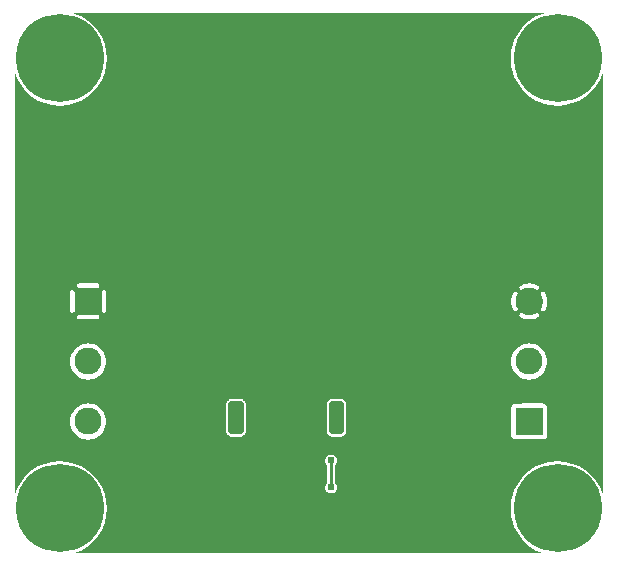
<source format=gbr>
G04 start of page 3 for group 1 idx 1 *
G04 Title: (unknown), bottom *
G04 Creator: pcb 20140316 *
G04 CreationDate: Thu 02 Jul 2020 08:37:42 PM GMT UTC *
G04 For: railfan *
G04 Format: Gerber/RS-274X *
G04 PCB-Dimensions (mil): 2000.00 1840.00 *
G04 PCB-Coordinate-Origin: lower left *
%MOIN*%
%FSLAX25Y25*%
%LNBOTTOM*%
%ADD40C,0.1285*%
%ADD39C,0.0550*%
%ADD38C,0.0120*%
%ADD37C,0.0240*%
%ADD36C,0.0900*%
%ADD35C,0.2937*%
%ADD34C,0.0100*%
%ADD33C,0.0250*%
%ADD32C,0.0001*%
G54D32*G36*
X173500Y4488D02*X173753Y4272D01*
X175858Y2982D01*
X178138Y2038D01*
X178295Y2000D01*
X173500D01*
Y4488D01*
G37*
G36*
X178426Y151969D02*X180539Y151461D01*
X183000Y151268D01*
X185461Y151461D01*
X187862Y152038D01*
X190142Y152982D01*
X192247Y154272D01*
X194124Y155876D01*
X195728Y157753D01*
X197018Y159858D01*
X197962Y162138D01*
X198000Y162295D01*
Y21705D01*
X197962Y21862D01*
X197018Y24142D01*
X195728Y26247D01*
X194124Y28124D01*
X192247Y29728D01*
X190142Y31018D01*
X187862Y31962D01*
X185461Y32539D01*
X183000Y32732D01*
X180539Y32539D01*
X178426Y32031D01*
Y40060D01*
X178465Y40069D01*
X178683Y40159D01*
X178884Y40283D01*
X179064Y40436D01*
X179217Y40616D01*
X179341Y40817D01*
X179431Y41035D01*
X179486Y41265D01*
X179500Y41500D01*
X179486Y50735D01*
X179431Y50965D01*
X179341Y51183D01*
X179217Y51384D01*
X179064Y51564D01*
X178884Y51717D01*
X178683Y51841D01*
X178465Y51931D01*
X178426Y51940D01*
Y62555D01*
X178863Y63268D01*
X179224Y64140D01*
X179444Y65058D01*
X179500Y66000D01*
X179444Y66942D01*
X179224Y67860D01*
X178863Y68732D01*
X178426Y69445D01*
Y82803D01*
X178430Y82805D01*
X178533Y82864D01*
X178625Y82938D01*
X178704Y83025D01*
X178766Y83125D01*
X179011Y83612D01*
X179205Y84122D01*
X179352Y84648D01*
X179451Y85184D01*
X179500Y85727D01*
Y86273D01*
X179451Y86816D01*
X179352Y87352D01*
X179205Y87878D01*
X179011Y88388D01*
X178772Y88878D01*
X178708Y88978D01*
X178628Y89066D01*
X178535Y89140D01*
X178432Y89199D01*
X178426Y89202D01*
Y151969D01*
G37*
G36*
Y51940D02*X178235Y51986D01*
X178000Y52000D01*
X173500Y51993D01*
Y59981D01*
X174442Y60056D01*
X175360Y60276D01*
X176232Y60637D01*
X177038Y61131D01*
X177756Y61744D01*
X178369Y62462D01*
X178426Y62555D01*
Y51940D01*
G37*
G36*
Y32031D02*X178138Y31962D01*
X175858Y31018D01*
X173753Y29728D01*
X173500Y29512D01*
Y40007D01*
X178235Y40014D01*
X178426Y40060D01*
Y32031D01*
G37*
G36*
X173500Y154488D02*X173753Y154272D01*
X175858Y152982D01*
X178138Y152038D01*
X178426Y151969D01*
Y89202D01*
X178321Y89242D01*
X178205Y89266D01*
X178087Y89272D01*
X177968Y89260D01*
X177854Y89229D01*
X177745Y89180D01*
X177646Y89115D01*
X177558Y89035D01*
X177483Y88943D01*
X177424Y88840D01*
X177382Y88729D01*
X177357Y88613D01*
X177351Y88494D01*
X177364Y88376D01*
X177395Y88261D01*
X177446Y88154D01*
X177629Y87789D01*
X177774Y87407D01*
X177884Y87013D01*
X177958Y86611D01*
X177995Y86204D01*
Y85796D01*
X177958Y85389D01*
X177884Y84987D01*
X177774Y84593D01*
X177629Y84211D01*
X177450Y83844D01*
X177400Y83737D01*
X177369Y83623D01*
X177356Y83506D01*
X177362Y83388D01*
X177386Y83272D01*
X177428Y83162D01*
X177487Y83060D01*
X177561Y82968D01*
X177649Y82889D01*
X177748Y82824D01*
X177855Y82776D01*
X177969Y82745D01*
X178087Y82732D01*
X178205Y82738D01*
X178320Y82763D01*
X178426Y82803D01*
Y69445D01*
X178369Y69538D01*
X177756Y70256D01*
X177038Y70869D01*
X176232Y71363D01*
X175360Y71724D01*
X174442Y71944D01*
X173500Y72019D01*
Y80000D01*
X173773D01*
X174316Y80049D01*
X174852Y80148D01*
X175378Y80295D01*
X175888Y80489D01*
X176378Y80728D01*
X176478Y80792D01*
X176566Y80872D01*
X176640Y80965D01*
X176699Y81068D01*
X176742Y81179D01*
X176766Y81295D01*
X176772Y81413D01*
X176760Y81532D01*
X176729Y81646D01*
X176680Y81755D01*
X176615Y81854D01*
X176535Y81942D01*
X176443Y82017D01*
X176340Y82076D01*
X176229Y82118D01*
X176113Y82143D01*
X175994Y82149D01*
X175876Y82136D01*
X175761Y82105D01*
X175654Y82054D01*
X175289Y81871D01*
X174907Y81726D01*
X174513Y81616D01*
X174111Y81542D01*
X173704Y81505D01*
X173500D01*
Y90495D01*
X173704D01*
X174111Y90458D01*
X174513Y90384D01*
X174907Y90274D01*
X175289Y90129D01*
X175656Y89950D01*
X175763Y89900D01*
X175877Y89869D01*
X175994Y89856D01*
X176112Y89862D01*
X176228Y89886D01*
X176338Y89928D01*
X176440Y89987D01*
X176532Y90061D01*
X176611Y90149D01*
X176676Y90248D01*
X176724Y90355D01*
X176755Y90469D01*
X176768Y90587D01*
X176762Y90705D01*
X176737Y90820D01*
X176695Y90930D01*
X176636Y91033D01*
X176562Y91125D01*
X176475Y91204D01*
X176375Y91266D01*
X175888Y91511D01*
X175378Y91705D01*
X174852Y91852D01*
X174316Y91951D01*
X173773Y92000D01*
X173500D01*
Y154488D01*
G37*
G36*
Y182000D02*X178295D01*
X178138Y181962D01*
X175858Y181018D01*
X173753Y179728D01*
X173500Y179512D01*
Y182000D01*
G37*
G36*
X168574Y10843D02*X168982Y9858D01*
X170272Y7753D01*
X171876Y5876D01*
X173500Y4488D01*
Y2000D01*
X168574D01*
Y10843D01*
G37*
G36*
Y40060D02*X168765Y40014D01*
X169000Y40000D01*
X173500Y40007D01*
Y29512D01*
X171876Y28124D01*
X170272Y26247D01*
X168982Y24142D01*
X168574Y23157D01*
Y40060D01*
G37*
G36*
Y62555D02*X168631Y62462D01*
X169244Y61744D01*
X169962Y61131D01*
X170768Y60637D01*
X171640Y60276D01*
X172558Y60056D01*
X173500Y59981D01*
Y51993D01*
X168765Y51986D01*
X168574Y51940D01*
Y62555D01*
G37*
G36*
Y160843D02*X168982Y159858D01*
X170272Y157753D01*
X171876Y155876D01*
X173500Y154488D01*
Y92000D01*
X173227D01*
X172684Y91951D01*
X172148Y91852D01*
X171622Y91705D01*
X171112Y91511D01*
X170622Y91272D01*
X170522Y91208D01*
X170434Y91128D01*
X170360Y91035D01*
X170301Y90932D01*
X170258Y90821D01*
X170234Y90705D01*
X170228Y90587D01*
X170240Y90468D01*
X170271Y90354D01*
X170320Y90245D01*
X170385Y90146D01*
X170465Y90058D01*
X170557Y89983D01*
X170660Y89924D01*
X170771Y89882D01*
X170887Y89857D01*
X171006Y89851D01*
X171124Y89864D01*
X171239Y89895D01*
X171346Y89946D01*
X171711Y90129D01*
X172093Y90274D01*
X172487Y90384D01*
X172889Y90458D01*
X173296Y90495D01*
X173500D01*
Y81505D01*
X173296D01*
X172889Y81542D01*
X172487Y81616D01*
X172093Y81726D01*
X171711Y81871D01*
X171344Y82050D01*
X171237Y82100D01*
X171123Y82131D01*
X171006Y82144D01*
X170888Y82138D01*
X170772Y82114D01*
X170662Y82072D01*
X170560Y82013D01*
X170468Y81939D01*
X170389Y81851D01*
X170324Y81752D01*
X170276Y81645D01*
X170245Y81531D01*
X170232Y81413D01*
X170238Y81295D01*
X170263Y81180D01*
X170305Y81070D01*
X170364Y80967D01*
X170438Y80875D01*
X170525Y80796D01*
X170625Y80734D01*
X171112Y80489D01*
X171622Y80295D01*
X172148Y80148D01*
X172684Y80049D01*
X173227Y80000D01*
X173500D01*
Y72019D01*
X172558Y71944D01*
X171640Y71724D01*
X170768Y71363D01*
X169962Y70869D01*
X169244Y70256D01*
X168631Y69538D01*
X168574Y69445D01*
Y82798D01*
X168679Y82758D01*
X168795Y82734D01*
X168913Y82728D01*
X169032Y82740D01*
X169146Y82771D01*
X169255Y82820D01*
X169354Y82885D01*
X169442Y82965D01*
X169517Y83057D01*
X169576Y83160D01*
X169618Y83271D01*
X169643Y83387D01*
X169649Y83506D01*
X169636Y83624D01*
X169605Y83739D01*
X169554Y83846D01*
X169371Y84211D01*
X169226Y84593D01*
X169116Y84987D01*
X169042Y85389D01*
X169005Y85796D01*
Y86204D01*
X169042Y86611D01*
X169116Y87013D01*
X169226Y87407D01*
X169371Y87789D01*
X169550Y88156D01*
X169600Y88263D01*
X169631Y88377D01*
X169644Y88494D01*
X169638Y88612D01*
X169614Y88728D01*
X169572Y88838D01*
X169513Y88940D01*
X169439Y89032D01*
X169351Y89111D01*
X169252Y89176D01*
X169145Y89224D01*
X169031Y89255D01*
X168913Y89268D01*
X168795Y89262D01*
X168680Y89237D01*
X168574Y89197D01*
Y160843D01*
G37*
G36*
Y182000D02*X173500D01*
Y179512D01*
X171876Y178124D01*
X170272Y176247D01*
X168982Y174142D01*
X168574Y173157D01*
Y182000D01*
G37*
G36*
X109250D02*X168574D01*
Y173157D01*
X168038Y171862D01*
X167461Y169461D01*
X167268Y167000D01*
X167461Y164539D01*
X168038Y162138D01*
X168574Y160843D01*
Y89197D01*
X168570Y89195D01*
X168467Y89136D01*
X168375Y89062D01*
X168296Y88975D01*
X168234Y88875D01*
X167989Y88388D01*
X167795Y87878D01*
X167648Y87352D01*
X167549Y86816D01*
X167500Y86273D01*
Y85727D01*
X167549Y85184D01*
X167648Y84648D01*
X167795Y84122D01*
X167989Y83612D01*
X168228Y83122D01*
X168292Y83022D01*
X168372Y82934D01*
X168465Y82860D01*
X168568Y82801D01*
X168574Y82798D01*
Y69445D01*
X168137Y68732D01*
X167776Y67860D01*
X167556Y66942D01*
X167481Y66000D01*
X167556Y65058D01*
X167776Y64140D01*
X168137Y63268D01*
X168574Y62555D01*
Y51940D01*
X168535Y51931D01*
X168317Y51841D01*
X168116Y51717D01*
X167936Y51564D01*
X167783Y51384D01*
X167659Y51183D01*
X167569Y50965D01*
X167514Y50735D01*
X167500Y50500D01*
X167514Y41265D01*
X167569Y41035D01*
X167659Y40817D01*
X167783Y40616D01*
X167936Y40436D01*
X168116Y40283D01*
X168317Y40159D01*
X168535Y40069D01*
X168574Y40060D01*
Y23157D01*
X168038Y21862D01*
X167461Y19461D01*
X167268Y17000D01*
X167461Y14539D01*
X168038Y12138D01*
X168574Y10843D01*
Y2000D01*
X109250D01*
Y23028D01*
X109288Y23089D01*
X109408Y23380D01*
X109481Y23686D01*
X109500Y24000D01*
X109481Y24314D01*
X109408Y24620D01*
X109288Y24911D01*
X109250Y24972D01*
Y32028D01*
X109288Y32089D01*
X109408Y32380D01*
X109481Y32686D01*
X109500Y33000D01*
X109481Y33314D01*
X109408Y33620D01*
X109288Y33911D01*
X109250Y33972D01*
Y40950D01*
X110420D01*
X110500Y40944D01*
X110821Y40969D01*
X110822Y40969D01*
X111135Y41044D01*
X111434Y41168D01*
X111709Y41336D01*
X111954Y41546D01*
X112164Y41791D01*
X112332Y42066D01*
X112456Y42365D01*
X112531Y42678D01*
X112556Y43000D01*
X112550Y43080D01*
Y51420D01*
X112556Y51500D01*
X112531Y51822D01*
X112456Y52135D01*
X112332Y52434D01*
X112164Y52709D01*
X111954Y52954D01*
X111709Y53164D01*
X111434Y53332D01*
X111135Y53456D01*
X110822Y53531D01*
X110821Y53531D01*
X110500Y53556D01*
X110420Y53550D01*
X109250D01*
Y182000D01*
G37*
G36*
Y24972D02*X109123Y25179D01*
X108919Y25419D01*
X108800Y25520D01*
Y31480D01*
X108919Y31581D01*
X109123Y31821D01*
X109250Y32028D01*
Y24972D01*
G37*
G36*
X75750Y182000D02*X109250D01*
Y53550D01*
X108080D01*
X108000Y53556D01*
X107678Y53531D01*
X107365Y53456D01*
X107066Y53332D01*
X106791Y53164D01*
X106546Y52954D01*
X106336Y52709D01*
X106168Y52434D01*
X106044Y52135D01*
X105969Y51822D01*
X105944Y51500D01*
X105950Y51420D01*
Y43080D01*
X105944Y43000D01*
X105969Y42678D01*
X106044Y42365D01*
X106168Y42066D01*
X106336Y41791D01*
X106546Y41546D01*
X106791Y41336D01*
X107066Y41168D01*
X107365Y41044D01*
X107678Y40969D01*
X107679Y40969D01*
X108000Y40944D01*
X108080Y40950D01*
X109250D01*
Y33972D01*
X109123Y34179D01*
X108919Y34419D01*
X108679Y34623D01*
X108411Y34788D01*
X108120Y34908D01*
X107814Y34981D01*
X107500Y35006D01*
X107186Y34981D01*
X106880Y34908D01*
X106589Y34788D01*
X106321Y34623D01*
X106081Y34419D01*
X105877Y34179D01*
X105712Y33911D01*
X105592Y33620D01*
X105519Y33314D01*
X105494Y33000D01*
X105519Y32686D01*
X105592Y32380D01*
X105712Y32089D01*
X105877Y31821D01*
X106081Y31581D01*
X106200Y31480D01*
Y25520D01*
X106081Y25419D01*
X105877Y25179D01*
X105712Y24911D01*
X105592Y24620D01*
X105519Y24314D01*
X105494Y24000D01*
X105519Y23686D01*
X105592Y23380D01*
X105712Y23089D01*
X105877Y22821D01*
X106081Y22581D01*
X106321Y22377D01*
X106589Y22212D01*
X106880Y22092D01*
X107186Y22019D01*
X107500Y21994D01*
X107814Y22019D01*
X108120Y22092D01*
X108411Y22212D01*
X108679Y22377D01*
X108919Y22581D01*
X109123Y22821D01*
X109250Y23028D01*
Y2000D01*
X75750D01*
Y40950D01*
X76920D01*
X77000Y40944D01*
X77321Y40969D01*
X77322Y40969D01*
X77635Y41044D01*
X77934Y41168D01*
X78209Y41336D01*
X78454Y41546D01*
X78664Y41791D01*
X78832Y42066D01*
X78956Y42365D01*
X79031Y42678D01*
X79056Y43000D01*
X79050Y43080D01*
Y51420D01*
X79056Y51500D01*
X79031Y51822D01*
X78956Y52135D01*
X78832Y52434D01*
X78664Y52709D01*
X78454Y52954D01*
X78209Y53164D01*
X77934Y53332D01*
X77635Y53456D01*
X77322Y53531D01*
X77321Y53531D01*
X77000Y53556D01*
X76920Y53550D01*
X75750D01*
Y182000D01*
G37*
G36*
X31750Y161626D02*X31962Y162138D01*
X32539Y164539D01*
X32684Y167000D01*
X32539Y169461D01*
X31962Y171862D01*
X31750Y172374D01*
Y182000D01*
X75750D01*
Y53550D01*
X74580D01*
X74500Y53556D01*
X74178Y53531D01*
X73865Y53456D01*
X73566Y53332D01*
X73291Y53164D01*
X73046Y52954D01*
X72836Y52709D01*
X72668Y52434D01*
X72544Y52135D01*
X72469Y51822D01*
X72444Y51500D01*
X72450Y51420D01*
Y43080D01*
X72444Y43000D01*
X72469Y42678D01*
X72544Y42365D01*
X72668Y42066D01*
X72836Y41791D01*
X73046Y41546D01*
X73291Y41336D01*
X73566Y41168D01*
X73865Y41044D01*
X74178Y40969D01*
X74179Y40969D01*
X74500Y40944D01*
X74580Y40950D01*
X75750D01*
Y2000D01*
X31750D01*
Y11626D01*
X31962Y12138D01*
X32539Y14539D01*
X32684Y17000D01*
X32539Y19461D01*
X31962Y21862D01*
X31750Y22374D01*
Y43084D01*
X31863Y43268D01*
X32224Y44140D01*
X32444Y45058D01*
X32500Y46000D01*
X32444Y46942D01*
X32224Y47860D01*
X31863Y48732D01*
X31750Y48916D01*
Y63084D01*
X31863Y63268D01*
X32224Y64140D01*
X32444Y65058D01*
X32500Y66000D01*
X32444Y66942D01*
X32224Y67860D01*
X31863Y68732D01*
X31750Y68916D01*
Y82248D01*
X31868Y82257D01*
X31982Y82285D01*
X32092Y82330D01*
X32192Y82391D01*
X32282Y82468D01*
X32359Y82558D01*
X32420Y82658D01*
X32465Y82768D01*
X32493Y82882D01*
X32500Y83000D01*
Y89000D01*
X32493Y89118D01*
X32465Y89232D01*
X32420Y89342D01*
X32359Y89442D01*
X32282Y89532D01*
X32192Y89609D01*
X32092Y89670D01*
X31982Y89715D01*
X31868Y89743D01*
X31750Y89752D01*
Y161626D01*
G37*
G36*
Y48916D02*X31369Y49538D01*
X30756Y50256D01*
X30038Y50869D01*
X29232Y51363D01*
X28360Y51724D01*
X27442Y51944D01*
X26500Y52019D01*
Y59981D01*
X27442Y60056D01*
X28360Y60276D01*
X29232Y60637D01*
X30038Y61131D01*
X30756Y61744D01*
X31369Y62462D01*
X31750Y63084D01*
Y48916D01*
G37*
G36*
Y22374D02*X31018Y24142D01*
X29728Y26247D01*
X28124Y28124D01*
X26500Y29512D01*
Y39981D01*
X27442Y40056D01*
X28360Y40276D01*
X29232Y40637D01*
X30038Y41131D01*
X30756Y41744D01*
X31369Y42462D01*
X31750Y43084D01*
Y22374D01*
G37*
G36*
Y2000D02*X26500D01*
Y4488D01*
X28124Y5876D01*
X29728Y7753D01*
X31018Y9858D01*
X31750Y11626D01*
Y2000D01*
G37*
G36*
Y172374D02*X31018Y174142D01*
X29728Y176247D01*
X28124Y178124D01*
X26500Y179512D01*
Y182000D01*
X31750D01*
Y172374D01*
G37*
G36*
X26500Y154488D02*X28124Y155876D01*
X29728Y157753D01*
X31018Y159858D01*
X31750Y161626D01*
Y89752D01*
X31632Y89743D01*
X31518Y89715D01*
X31408Y89670D01*
X31308Y89609D01*
X31218Y89532D01*
X31141Y89442D01*
X31080Y89342D01*
X31035Y89232D01*
X31007Y89118D01*
X31000Y89000D01*
Y83000D01*
X31007Y82882D01*
X31035Y82768D01*
X31080Y82658D01*
X31141Y82558D01*
X31218Y82468D01*
X31308Y82391D01*
X31408Y82330D01*
X31518Y82285D01*
X31632Y82257D01*
X31750Y82248D01*
Y68916D01*
X31369Y69538D01*
X30756Y70256D01*
X30038Y70869D01*
X29232Y71363D01*
X28360Y71724D01*
X27442Y71944D01*
X26500Y72019D01*
Y80000D01*
X29500D01*
X29618Y80007D01*
X29732Y80035D01*
X29842Y80080D01*
X29942Y80141D01*
X30032Y80218D01*
X30109Y80308D01*
X30170Y80408D01*
X30215Y80518D01*
X30243Y80632D01*
X30252Y80750D01*
X30243Y80868D01*
X30215Y80982D01*
X30170Y81092D01*
X30109Y81192D01*
X30032Y81282D01*
X29942Y81359D01*
X29842Y81420D01*
X29732Y81465D01*
X29618Y81493D01*
X29500Y81500D01*
X26500D01*
Y90500D01*
X29500D01*
X29618Y90507D01*
X29732Y90535D01*
X29842Y90580D01*
X29942Y90641D01*
X30032Y90718D01*
X30109Y90808D01*
X30170Y90908D01*
X30215Y91018D01*
X30243Y91132D01*
X30252Y91250D01*
X30243Y91368D01*
X30215Y91482D01*
X30170Y91592D01*
X30109Y91692D01*
X30032Y91782D01*
X29942Y91859D01*
X29842Y91920D01*
X29732Y91965D01*
X29618Y91993D01*
X29500Y92000D01*
X26500D01*
Y154488D01*
G37*
G36*
Y2000D02*X21705D01*
X21862Y2038D01*
X24142Y2982D01*
X26247Y4272D01*
X26500Y4488D01*
Y2000D01*
G37*
G36*
Y179512D02*X26247Y179728D01*
X24142Y181018D01*
X21862Y181962D01*
X21705Y182000D01*
X26500D01*
Y179512D01*
G37*
G36*
X21250Y43084D02*X21631Y42462D01*
X22244Y41744D01*
X22962Y41131D01*
X23768Y40637D01*
X24640Y40276D01*
X25558Y40056D01*
X26500Y39981D01*
X26500D01*
Y29512D01*
X26247Y29728D01*
X24142Y31018D01*
X21862Y31962D01*
X21250Y32109D01*
Y43084D01*
G37*
G36*
Y63084D02*X21631Y62462D01*
X22244Y61744D01*
X22962Y61131D01*
X23768Y60637D01*
X24640Y60276D01*
X25558Y60056D01*
X26500Y59981D01*
X26500D01*
Y52019D01*
X26500D01*
X25558Y51944D01*
X24640Y51724D01*
X23768Y51363D01*
X22962Y50869D01*
X22244Y50256D01*
X21631Y49538D01*
X21250Y48916D01*
Y63084D01*
G37*
G36*
Y151891D02*X21862Y152038D01*
X24142Y152982D01*
X26247Y154272D01*
X26500Y154488D01*
Y92000D01*
X23500D01*
X23382Y91993D01*
X23268Y91965D01*
X23158Y91920D01*
X23058Y91859D01*
X22968Y91782D01*
X22891Y91692D01*
X22830Y91592D01*
X22785Y91482D01*
X22757Y91368D01*
X22748Y91250D01*
X22757Y91132D01*
X22785Y91018D01*
X22830Y90908D01*
X22891Y90808D01*
X22968Y90718D01*
X23058Y90641D01*
X23158Y90580D01*
X23268Y90535D01*
X23382Y90507D01*
X23500Y90500D01*
X26500D01*
Y81500D01*
X23500D01*
X23382Y81493D01*
X23268Y81465D01*
X23158Y81420D01*
X23058Y81359D01*
X22968Y81282D01*
X22891Y81192D01*
X22830Y81092D01*
X22785Y80982D01*
X22757Y80868D01*
X22748Y80750D01*
X22757Y80632D01*
X22785Y80518D01*
X22830Y80408D01*
X22891Y80308D01*
X22968Y80218D01*
X23058Y80141D01*
X23158Y80080D01*
X23268Y80035D01*
X23382Y80007D01*
X23500Y80000D01*
X26500D01*
Y72019D01*
X26500D01*
X25558Y71944D01*
X24640Y71724D01*
X23768Y71363D01*
X22962Y70869D01*
X22244Y70256D01*
X21631Y69538D01*
X21250Y68916D01*
Y82248D01*
X21368Y82257D01*
X21482Y82285D01*
X21592Y82330D01*
X21692Y82391D01*
X21782Y82468D01*
X21859Y82558D01*
X21920Y82658D01*
X21965Y82768D01*
X21993Y82882D01*
X22000Y83000D01*
Y89000D01*
X21993Y89118D01*
X21965Y89232D01*
X21920Y89342D01*
X21859Y89442D01*
X21782Y89532D01*
X21692Y89609D01*
X21592Y89670D01*
X21482Y89715D01*
X21368Y89743D01*
X21250Y89752D01*
Y151891D01*
G37*
G36*
X2000Y21705D02*Y162295D01*
X2038Y162138D01*
X2982Y159858D01*
X4272Y157753D01*
X5876Y155876D01*
X7753Y154272D01*
X9858Y152982D01*
X12138Y152038D01*
X14539Y151461D01*
X17000Y151268D01*
X19461Y151461D01*
X21250Y151891D01*
Y89752D01*
X21132Y89743D01*
X21018Y89715D01*
X20908Y89670D01*
X20808Y89609D01*
X20718Y89532D01*
X20641Y89442D01*
X20580Y89342D01*
X20535Y89232D01*
X20507Y89118D01*
X20500Y89000D01*
Y83000D01*
X20507Y82882D01*
X20535Y82768D01*
X20580Y82658D01*
X20641Y82558D01*
X20718Y82468D01*
X20808Y82391D01*
X20908Y82330D01*
X21018Y82285D01*
X21132Y82257D01*
X21250Y82248D01*
Y68916D01*
X21137Y68732D01*
X20776Y67860D01*
X20556Y66942D01*
X20481Y66000D01*
X20556Y65058D01*
X20776Y64140D01*
X21137Y63268D01*
X21250Y63084D01*
Y48916D01*
X21137Y48732D01*
X20776Y47860D01*
X20556Y46942D01*
X20481Y46000D01*
X20556Y45058D01*
X20776Y44140D01*
X21137Y43268D01*
X21250Y43084D01*
Y32109D01*
X19461Y32539D01*
X17000Y32732D01*
X14539Y32539D01*
X12138Y31962D01*
X9858Y31018D01*
X7753Y29728D01*
X5876Y28124D01*
X4272Y26247D01*
X2982Y24142D01*
X2038Y21862D01*
X2000Y21705D01*
G37*
G54D33*X77000Y51500D02*Y43000D01*
X74500Y51500D02*X77000D01*
Y43000D02*X74500D01*
Y51500D02*Y43000D01*
X108000Y51500D02*Y43000D01*
Y51500D02*X110500D01*
Y43000D02*X108000D01*
X110500Y51500D02*Y43000D01*
G54D34*X107500Y33000D02*Y24000D01*
G54D32*G36*
X22000Y90500D02*Y81500D01*
X31000D01*
Y90500D01*
X22000D01*
G37*
G54D35*X17000Y167000D03*
G54D32*G36*
X169000Y50500D02*Y41500D01*
X178000D01*
Y50500D01*
X169000D01*
G37*
G54D36*X173500Y66000D03*
Y86000D03*
G54D35*X17000Y17000D03*
G54D36*X26500Y66000D03*
Y46000D03*
G54D35*X183000Y167000D03*
Y17000D03*
G54D37*X88500Y28000D03*
X92500D03*
X96500D03*
X108000Y43000D03*
X107500Y33000D03*
Y24000D03*
X110500Y43000D03*
Y39500D03*
X123000Y30000D03*
Y27000D03*
X120000Y40500D03*
Y38000D03*
X108000Y51500D03*
X110500D03*
X74500D03*
X77000D03*
X74500Y43000D03*
X77000D03*
X48500Y14000D03*
X45500D03*
X51500Y37000D03*
X71000D03*
X74000Y38500D03*
X77000D03*
X71000Y40000D03*
X61500Y37000D03*
Y40000D03*
X92500Y61000D03*
X96500D03*
X88500D03*
X107000Y61134D03*
X92500Y64000D03*
X96500D03*
X88500D03*
X92500Y72500D03*
Y68500D03*
X100500Y66000D03*
X105500D03*
X109000D03*
X112500D03*
X88500Y96500D03*
X84500D03*
X80500D03*
X92500Y92500D03*
Y88500D03*
Y84500D03*
X76500Y96500D03*
X72500D03*
X68500D03*
X64500D03*
X60500D03*
X56500D03*
X52500D03*
X48500D03*
X44500D03*
X40500D03*
X92500Y80500D03*
Y76500D03*
X84500Y66000D03*
X72500D03*
X79500D03*
X76000D03*
X160500Y119000D03*
X166500Y145500D03*
X181500D03*
X92500Y96500D03*
X96500D03*
X100500D03*
X104500D03*
X108500D03*
X112500D03*
X116500D03*
X120500D03*
X124500D03*
X128500D03*
X132500D03*
X136500D03*
X139000Y84500D03*
X142500D03*
Y88000D03*
X139000D03*
Y91500D03*
X140500Y96500D03*
X144500D03*
X146000Y91500D03*
X142500D03*
X145500Y71500D03*
X149000D03*
X145500Y75000D03*
Y78500D03*
X149000D03*
Y75000D03*
X146000Y84500D03*
Y88000D03*
X149500Y84500D03*
Y88000D03*
X153000Y84500D03*
Y88000D03*
G54D38*G54D39*G54D40*G54D39*G54D40*G54D39*G54D40*M02*

</source>
